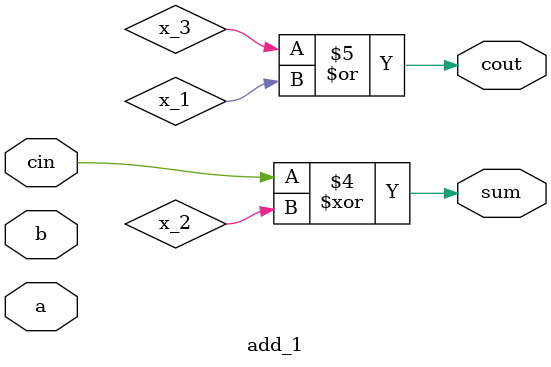
<source format=sv>
module add_1
(
	input cin, a, b,		     // input ports
	output cout, sum	 		// output ports
);
	
	wire x_o_1, x_o_2, x_o_3;	// signals

	and x_1 (x_o_1,a,b);		// simple gate-level function blocks
	xor x_2 (x_o_2,a,b);
	and x_3 (x_o_3,a,b);
	xor x_4 (sum,cin, x_2);
	or x_5 (cout,x_3,x_1);
	
endmodule

	
</source>
